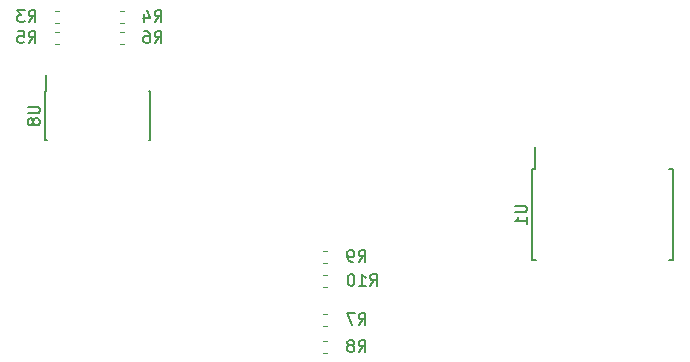
<source format=gbo>
G04 #@! TF.GenerationSoftware,KiCad,Pcbnew,(5.0.1)-3*
G04 #@! TF.CreationDate,2018-10-30T11:50:23-04:00*
G04 #@! TF.ProjectId,ufcs,756663732E6B696361645F7063620000,rev?*
G04 #@! TF.SameCoordinates,Original*
G04 #@! TF.FileFunction,Legend,Bot*
G04 #@! TF.FilePolarity,Positive*
%FSLAX46Y46*%
G04 Gerber Fmt 4.6, Leading zero omitted, Abs format (unit mm)*
G04 Created by KiCad (PCBNEW (5.0.1)-3) date 30-Oct-18 11:50:23*
%MOMM*%
%LPD*%
G01*
G04 APERTURE LIST*
%ADD10C,0.120000*%
%ADD11C,0.150000*%
G04 APERTURE END LIST*
D10*
G04 #@! TO.C,R3*
X107651733Y-103566500D02*
X107994267Y-103566500D01*
X107651733Y-104586500D02*
X107994267Y-104586500D01*
G04 #@! TO.C,R4*
X113518767Y-104586500D02*
X113176233Y-104586500D01*
X113518767Y-103566500D02*
X113176233Y-103566500D01*
G04 #@! TO.C,R5*
X107651733Y-105344500D02*
X107994267Y-105344500D01*
X107651733Y-106364500D02*
X107994267Y-106364500D01*
G04 #@! TO.C,R6*
X113518767Y-105344500D02*
X113176233Y-105344500D01*
X113518767Y-106364500D02*
X113176233Y-106364500D01*
G04 #@! TO.C,R7*
X130398733Y-129220500D02*
X130741267Y-129220500D01*
X130398733Y-130240500D02*
X130741267Y-130240500D01*
G04 #@! TO.C,R8*
X130741267Y-131506500D02*
X130398733Y-131506500D01*
X130741267Y-132526500D02*
X130398733Y-132526500D01*
G04 #@! TO.C,R9*
X130398733Y-124906500D02*
X130741267Y-124906500D01*
X130398733Y-123886500D02*
X130741267Y-123886500D01*
G04 #@! TO.C,R10*
X130741267Y-125918500D02*
X130398733Y-125918500D01*
X130741267Y-126938500D02*
X130398733Y-126938500D01*
D11*
G04 #@! TO.C,U8*
X106865500Y-110383500D02*
X106890500Y-110383500D01*
X106865500Y-114533500D02*
X106980500Y-114533500D01*
X115765500Y-114533500D02*
X115650500Y-114533500D01*
X115765500Y-110383500D02*
X115650500Y-110383500D01*
X106865500Y-110383500D02*
X106865500Y-114533500D01*
X115765500Y-110383500D02*
X115765500Y-114533500D01*
X106890500Y-110383500D02*
X106890500Y-109008500D01*
G04 #@! TO.C,U1*
X148351000Y-116965500D02*
X148351000Y-115140500D01*
X160001000Y-116965500D02*
X160001000Y-124715500D01*
X148101000Y-116965500D02*
X148101000Y-124715500D01*
X160001000Y-116965500D02*
X159656000Y-116965500D01*
X160001000Y-124715500D02*
X159656000Y-124715500D01*
X148101000Y-124715500D02*
X148446000Y-124715500D01*
X148101000Y-116965500D02*
X148351000Y-116965500D01*
G04 #@! TO.C,R3*
X105449666Y-104528880D02*
X105783000Y-104052690D01*
X106021095Y-104528880D02*
X106021095Y-103528880D01*
X105640142Y-103528880D01*
X105544904Y-103576500D01*
X105497285Y-103624119D01*
X105449666Y-103719357D01*
X105449666Y-103862214D01*
X105497285Y-103957452D01*
X105544904Y-104005071D01*
X105640142Y-104052690D01*
X106021095Y-104052690D01*
X105116333Y-103528880D02*
X104497285Y-103528880D01*
X104830619Y-103909833D01*
X104687761Y-103909833D01*
X104592523Y-103957452D01*
X104544904Y-104005071D01*
X104497285Y-104100309D01*
X104497285Y-104338404D01*
X104544904Y-104433642D01*
X104592523Y-104481261D01*
X104687761Y-104528880D01*
X104973476Y-104528880D01*
X105068714Y-104481261D01*
X105116333Y-104433642D01*
G04 #@! TO.C,R4*
X116117666Y-104528880D02*
X116451000Y-104052690D01*
X116689095Y-104528880D02*
X116689095Y-103528880D01*
X116308142Y-103528880D01*
X116212904Y-103576500D01*
X116165285Y-103624119D01*
X116117666Y-103719357D01*
X116117666Y-103862214D01*
X116165285Y-103957452D01*
X116212904Y-104005071D01*
X116308142Y-104052690D01*
X116689095Y-104052690D01*
X115260523Y-103862214D02*
X115260523Y-104528880D01*
X115498619Y-103481261D02*
X115736714Y-104195547D01*
X115117666Y-104195547D01*
G04 #@! TO.C,R5*
X105449666Y-106306880D02*
X105783000Y-105830690D01*
X106021095Y-106306880D02*
X106021095Y-105306880D01*
X105640142Y-105306880D01*
X105544904Y-105354500D01*
X105497285Y-105402119D01*
X105449666Y-105497357D01*
X105449666Y-105640214D01*
X105497285Y-105735452D01*
X105544904Y-105783071D01*
X105640142Y-105830690D01*
X106021095Y-105830690D01*
X104544904Y-105306880D02*
X105021095Y-105306880D01*
X105068714Y-105783071D01*
X105021095Y-105735452D01*
X104925857Y-105687833D01*
X104687761Y-105687833D01*
X104592523Y-105735452D01*
X104544904Y-105783071D01*
X104497285Y-105878309D01*
X104497285Y-106116404D01*
X104544904Y-106211642D01*
X104592523Y-106259261D01*
X104687761Y-106306880D01*
X104925857Y-106306880D01*
X105021095Y-106259261D01*
X105068714Y-106211642D01*
G04 #@! TO.C,R6*
X116117666Y-106306880D02*
X116451000Y-105830690D01*
X116689095Y-106306880D02*
X116689095Y-105306880D01*
X116308142Y-105306880D01*
X116212904Y-105354500D01*
X116165285Y-105402119D01*
X116117666Y-105497357D01*
X116117666Y-105640214D01*
X116165285Y-105735452D01*
X116212904Y-105783071D01*
X116308142Y-105830690D01*
X116689095Y-105830690D01*
X115260523Y-105306880D02*
X115451000Y-105306880D01*
X115546238Y-105354500D01*
X115593857Y-105402119D01*
X115689095Y-105544976D01*
X115736714Y-105735452D01*
X115736714Y-106116404D01*
X115689095Y-106211642D01*
X115641476Y-106259261D01*
X115546238Y-106306880D01*
X115355761Y-106306880D01*
X115260523Y-106259261D01*
X115212904Y-106211642D01*
X115165285Y-106116404D01*
X115165285Y-105878309D01*
X115212904Y-105783071D01*
X115260523Y-105735452D01*
X115355761Y-105687833D01*
X115546238Y-105687833D01*
X115641476Y-105735452D01*
X115689095Y-105783071D01*
X115736714Y-105878309D01*
G04 #@! TO.C,R7*
X133389666Y-130182880D02*
X133723000Y-129706690D01*
X133961095Y-130182880D02*
X133961095Y-129182880D01*
X133580142Y-129182880D01*
X133484904Y-129230500D01*
X133437285Y-129278119D01*
X133389666Y-129373357D01*
X133389666Y-129516214D01*
X133437285Y-129611452D01*
X133484904Y-129659071D01*
X133580142Y-129706690D01*
X133961095Y-129706690D01*
X133056333Y-129182880D02*
X132389666Y-129182880D01*
X132818238Y-130182880D01*
G04 #@! TO.C,R8*
X133389666Y-132468880D02*
X133723000Y-131992690D01*
X133961095Y-132468880D02*
X133961095Y-131468880D01*
X133580142Y-131468880D01*
X133484904Y-131516500D01*
X133437285Y-131564119D01*
X133389666Y-131659357D01*
X133389666Y-131802214D01*
X133437285Y-131897452D01*
X133484904Y-131945071D01*
X133580142Y-131992690D01*
X133961095Y-131992690D01*
X132818238Y-131897452D02*
X132913476Y-131849833D01*
X132961095Y-131802214D01*
X133008714Y-131706976D01*
X133008714Y-131659357D01*
X132961095Y-131564119D01*
X132913476Y-131516500D01*
X132818238Y-131468880D01*
X132627761Y-131468880D01*
X132532523Y-131516500D01*
X132484904Y-131564119D01*
X132437285Y-131659357D01*
X132437285Y-131706976D01*
X132484904Y-131802214D01*
X132532523Y-131849833D01*
X132627761Y-131897452D01*
X132818238Y-131897452D01*
X132913476Y-131945071D01*
X132961095Y-131992690D01*
X133008714Y-132087928D01*
X133008714Y-132278404D01*
X132961095Y-132373642D01*
X132913476Y-132421261D01*
X132818238Y-132468880D01*
X132627761Y-132468880D01*
X132532523Y-132421261D01*
X132484904Y-132373642D01*
X132437285Y-132278404D01*
X132437285Y-132087928D01*
X132484904Y-131992690D01*
X132532523Y-131945071D01*
X132627761Y-131897452D01*
G04 #@! TO.C,R9*
X133389666Y-124848880D02*
X133723000Y-124372690D01*
X133961095Y-124848880D02*
X133961095Y-123848880D01*
X133580142Y-123848880D01*
X133484904Y-123896500D01*
X133437285Y-123944119D01*
X133389666Y-124039357D01*
X133389666Y-124182214D01*
X133437285Y-124277452D01*
X133484904Y-124325071D01*
X133580142Y-124372690D01*
X133961095Y-124372690D01*
X132913476Y-124848880D02*
X132723000Y-124848880D01*
X132627761Y-124801261D01*
X132580142Y-124753642D01*
X132484904Y-124610785D01*
X132437285Y-124420309D01*
X132437285Y-124039357D01*
X132484904Y-123944119D01*
X132532523Y-123896500D01*
X132627761Y-123848880D01*
X132818238Y-123848880D01*
X132913476Y-123896500D01*
X132961095Y-123944119D01*
X133008714Y-124039357D01*
X133008714Y-124277452D01*
X132961095Y-124372690D01*
X132913476Y-124420309D01*
X132818238Y-124467928D01*
X132627761Y-124467928D01*
X132532523Y-124420309D01*
X132484904Y-124372690D01*
X132437285Y-124277452D01*
G04 #@! TO.C,R10*
X134373857Y-126880880D02*
X134707190Y-126404690D01*
X134945285Y-126880880D02*
X134945285Y-125880880D01*
X134564333Y-125880880D01*
X134469095Y-125928500D01*
X134421476Y-125976119D01*
X134373857Y-126071357D01*
X134373857Y-126214214D01*
X134421476Y-126309452D01*
X134469095Y-126357071D01*
X134564333Y-126404690D01*
X134945285Y-126404690D01*
X133421476Y-126880880D02*
X133992904Y-126880880D01*
X133707190Y-126880880D02*
X133707190Y-125880880D01*
X133802428Y-126023738D01*
X133897666Y-126118976D01*
X133992904Y-126166595D01*
X132802428Y-125880880D02*
X132707190Y-125880880D01*
X132611952Y-125928500D01*
X132564333Y-125976119D01*
X132516714Y-126071357D01*
X132469095Y-126261833D01*
X132469095Y-126499928D01*
X132516714Y-126690404D01*
X132564333Y-126785642D01*
X132611952Y-126833261D01*
X132707190Y-126880880D01*
X132802428Y-126880880D01*
X132897666Y-126833261D01*
X132945285Y-126785642D01*
X132992904Y-126690404D01*
X133040523Y-126499928D01*
X133040523Y-126261833D01*
X132992904Y-126071357D01*
X132945285Y-125976119D01*
X132897666Y-125928500D01*
X132802428Y-125880880D01*
G04 #@! TO.C,U8*
X105392880Y-111696595D02*
X106202404Y-111696595D01*
X106297642Y-111744214D01*
X106345261Y-111791833D01*
X106392880Y-111887071D01*
X106392880Y-112077547D01*
X106345261Y-112172785D01*
X106297642Y-112220404D01*
X106202404Y-112268023D01*
X105392880Y-112268023D01*
X105821452Y-112887071D02*
X105773833Y-112791833D01*
X105726214Y-112744214D01*
X105630976Y-112696595D01*
X105583357Y-112696595D01*
X105488119Y-112744214D01*
X105440500Y-112791833D01*
X105392880Y-112887071D01*
X105392880Y-113077547D01*
X105440500Y-113172785D01*
X105488119Y-113220404D01*
X105583357Y-113268023D01*
X105630976Y-113268023D01*
X105726214Y-113220404D01*
X105773833Y-113172785D01*
X105821452Y-113077547D01*
X105821452Y-112887071D01*
X105869071Y-112791833D01*
X105916690Y-112744214D01*
X106011928Y-112696595D01*
X106202404Y-112696595D01*
X106297642Y-112744214D01*
X106345261Y-112791833D01*
X106392880Y-112887071D01*
X106392880Y-113077547D01*
X106345261Y-113172785D01*
X106297642Y-113220404D01*
X106202404Y-113268023D01*
X106011928Y-113268023D01*
X105916690Y-113220404D01*
X105869071Y-113172785D01*
X105821452Y-113077547D01*
G04 #@! TO.C,U1*
X146628380Y-120078595D02*
X147437904Y-120078595D01*
X147533142Y-120126214D01*
X147580761Y-120173833D01*
X147628380Y-120269071D01*
X147628380Y-120459547D01*
X147580761Y-120554785D01*
X147533142Y-120602404D01*
X147437904Y-120650023D01*
X146628380Y-120650023D01*
X147628380Y-121650023D02*
X147628380Y-121078595D01*
X147628380Y-121364309D02*
X146628380Y-121364309D01*
X146771238Y-121269071D01*
X146866476Y-121173833D01*
X146914095Y-121078595D01*
G04 #@! TD*
M02*

</source>
